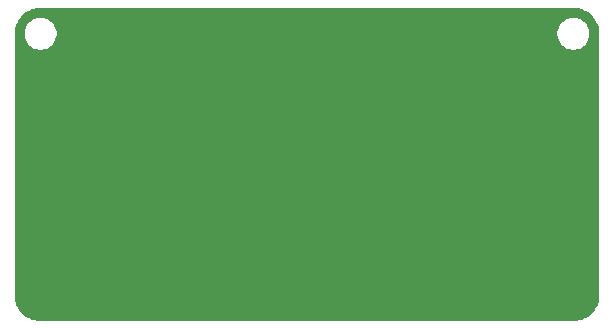
<source format=gbr>
%TF.GenerationSoftware,KiCad,Pcbnew,9.0.5-9.0.5~ubuntu24.04.1*%
%TF.CreationDate,2025-10-31T14:23:01+08:00*%
%TF.ProjectId,TPS,5450532e-6b69-4636-9164-5f7063625858,rev?*%
%TF.SameCoordinates,Original*%
%TF.FileFunction,Copper,L2,Bot*%
%TF.FilePolarity,Positive*%
%FSLAX46Y46*%
G04 Gerber Fmt 4.6, Leading zero omitted, Abs format (unit mm)*
G04 Created by KiCad (PCBNEW 9.0.5-9.0.5~ubuntu24.04.1) date 2025-10-31 14:23:01*
%MOMM*%
%LPD*%
G01*
G04 APERTURE LIST*
G04 APERTURE END LIST*
%TA.AperFunction,NonConductor*%
G36*
X85778736Y-29000726D02*
G01*
X86011068Y-29014779D01*
X86019729Y-29015611D01*
X86071126Y-29022377D01*
X86077239Y-29023339D01*
X86279220Y-29060353D01*
X86288960Y-29062547D01*
X86332404Y-29074187D01*
X86337176Y-29075569D01*
X86540605Y-29138961D01*
X86551158Y-29142782D01*
X86578927Y-29154284D01*
X86582340Y-29155757D01*
X86790319Y-29249360D01*
X86803575Y-29256318D01*
X86889020Y-29307971D01*
X87018045Y-29385970D01*
X87030356Y-29394468D01*
X87227636Y-29549027D01*
X87238844Y-29558957D01*
X87416042Y-29736155D01*
X87425972Y-29747363D01*
X87532044Y-29882754D01*
X87580527Y-29944637D01*
X87589033Y-29956960D01*
X87718680Y-30171422D01*
X87725639Y-30184681D01*
X87819229Y-30392632D01*
X87820714Y-30396071D01*
X87832216Y-30423840D01*
X87836040Y-30434401D01*
X87899421Y-30637795D01*
X87900811Y-30642594D01*
X87912451Y-30686038D01*
X87914645Y-30695778D01*
X87951655Y-30897735D01*
X87952625Y-30903902D01*
X87959385Y-30955249D01*
X87960220Y-30963946D01*
X87974274Y-31196263D01*
X87974500Y-31203751D01*
X87974500Y-53332248D01*
X87974274Y-53339736D01*
X87960220Y-53572052D01*
X87959385Y-53580749D01*
X87952625Y-53632096D01*
X87951655Y-53638263D01*
X87914645Y-53840220D01*
X87912451Y-53849960D01*
X87900811Y-53893404D01*
X87899421Y-53898203D01*
X87836040Y-54101597D01*
X87832216Y-54112158D01*
X87820714Y-54139927D01*
X87819229Y-54143366D01*
X87725639Y-54351317D01*
X87718680Y-54364576D01*
X87589033Y-54579039D01*
X87580527Y-54591362D01*
X87425972Y-54788636D01*
X87416042Y-54799844D01*
X87238844Y-54977042D01*
X87227636Y-54986972D01*
X87030362Y-55141527D01*
X87018039Y-55150033D01*
X86803576Y-55279680D01*
X86790317Y-55286639D01*
X86582366Y-55380229D01*
X86578927Y-55381714D01*
X86551158Y-55393216D01*
X86540597Y-55397040D01*
X86337203Y-55460421D01*
X86332404Y-55461811D01*
X86288960Y-55473451D01*
X86279220Y-55475645D01*
X86077263Y-55512655D01*
X86071096Y-55513625D01*
X86019749Y-55520385D01*
X86011052Y-55521220D01*
X85787202Y-55534761D01*
X85778735Y-55535274D01*
X85771249Y-55535500D01*
X40664751Y-55535500D01*
X40657264Y-55535274D01*
X40647971Y-55534711D01*
X40424946Y-55521220D01*
X40416249Y-55520385D01*
X40364902Y-55513625D01*
X40358735Y-55512655D01*
X40156778Y-55475645D01*
X40147038Y-55473451D01*
X40103594Y-55461811D01*
X40098795Y-55460421D01*
X39895401Y-55397040D01*
X39884840Y-55393216D01*
X39857071Y-55381714D01*
X39853632Y-55380229D01*
X39645681Y-55286639D01*
X39632422Y-55279680D01*
X39417960Y-55150033D01*
X39405637Y-55141527D01*
X39208363Y-54986972D01*
X39197155Y-54977042D01*
X39019957Y-54799844D01*
X39010027Y-54788636D01*
X38855472Y-54591362D01*
X38846970Y-54579045D01*
X38768971Y-54450020D01*
X38717318Y-54364575D01*
X38710359Y-54351316D01*
X38616769Y-54143366D01*
X38615284Y-54139927D01*
X38603782Y-54112158D01*
X38599958Y-54101597D01*
X38565760Y-53991852D01*
X38536569Y-53898176D01*
X38535187Y-53893404D01*
X38523547Y-53849960D01*
X38521353Y-53840220D01*
X38501773Y-53733376D01*
X38484339Y-53638239D01*
X38483377Y-53632126D01*
X38476611Y-53580729D01*
X38475779Y-53572068D01*
X38461726Y-53339736D01*
X38461500Y-53332249D01*
X38461500Y-31203750D01*
X38461726Y-31196264D01*
X38467929Y-31093713D01*
X39310500Y-31093713D01*
X39310500Y-31306286D01*
X39343753Y-31516239D01*
X39409444Y-31718414D01*
X39505951Y-31907820D01*
X39630890Y-32079786D01*
X39781213Y-32230109D01*
X39953179Y-32355048D01*
X39953181Y-32355049D01*
X39953184Y-32355051D01*
X40142588Y-32451557D01*
X40344757Y-32517246D01*
X40554713Y-32550500D01*
X40554714Y-32550500D01*
X40767286Y-32550500D01*
X40767287Y-32550500D01*
X40977243Y-32517246D01*
X41179412Y-32451557D01*
X41368816Y-32355051D01*
X41390789Y-32339086D01*
X41540786Y-32230109D01*
X41540788Y-32230106D01*
X41540792Y-32230104D01*
X41691104Y-32079792D01*
X41691106Y-32079788D01*
X41691109Y-32079786D01*
X41816048Y-31907820D01*
X41816047Y-31907820D01*
X41816051Y-31907816D01*
X41912557Y-31718412D01*
X41978246Y-31516243D01*
X42011500Y-31306287D01*
X42011500Y-31093713D01*
X84424500Y-31093713D01*
X84424500Y-31306286D01*
X84457753Y-31516239D01*
X84523444Y-31718414D01*
X84619951Y-31907820D01*
X84744890Y-32079786D01*
X84895213Y-32230109D01*
X85067179Y-32355048D01*
X85067181Y-32355049D01*
X85067184Y-32355051D01*
X85256588Y-32451557D01*
X85458757Y-32517246D01*
X85668713Y-32550500D01*
X85668714Y-32550500D01*
X85881286Y-32550500D01*
X85881287Y-32550500D01*
X86091243Y-32517246D01*
X86293412Y-32451557D01*
X86482816Y-32355051D01*
X86504789Y-32339086D01*
X86654786Y-32230109D01*
X86654788Y-32230106D01*
X86654792Y-32230104D01*
X86805104Y-32079792D01*
X86805106Y-32079788D01*
X86805109Y-32079786D01*
X86930048Y-31907820D01*
X86930047Y-31907820D01*
X86930051Y-31907816D01*
X87026557Y-31718412D01*
X87092246Y-31516243D01*
X87125500Y-31306287D01*
X87125500Y-31093713D01*
X87092246Y-30883757D01*
X87026557Y-30681588D01*
X86930051Y-30492184D01*
X86930049Y-30492181D01*
X86930048Y-30492179D01*
X86805109Y-30320213D01*
X86654786Y-30169890D01*
X86482820Y-30044951D01*
X86293414Y-29948444D01*
X86293413Y-29948443D01*
X86293412Y-29948443D01*
X86091243Y-29882754D01*
X86091241Y-29882753D01*
X86091240Y-29882753D01*
X85929957Y-29857208D01*
X85881287Y-29849500D01*
X85668713Y-29849500D01*
X85620042Y-29857208D01*
X85458760Y-29882753D01*
X85256585Y-29948444D01*
X85067179Y-30044951D01*
X84895213Y-30169890D01*
X84744890Y-30320213D01*
X84619951Y-30492179D01*
X84523444Y-30681585D01*
X84457753Y-30883760D01*
X84424500Y-31093713D01*
X42011500Y-31093713D01*
X41978246Y-30883757D01*
X41912557Y-30681588D01*
X41816051Y-30492184D01*
X41816049Y-30492181D01*
X41816048Y-30492179D01*
X41691109Y-30320213D01*
X41540786Y-30169890D01*
X41368820Y-30044951D01*
X41179414Y-29948444D01*
X41179413Y-29948443D01*
X41179412Y-29948443D01*
X40977243Y-29882754D01*
X40977241Y-29882753D01*
X40977240Y-29882753D01*
X40815957Y-29857208D01*
X40767287Y-29849500D01*
X40554713Y-29849500D01*
X40506042Y-29857208D01*
X40344760Y-29882753D01*
X40142585Y-29948444D01*
X39953179Y-30044951D01*
X39781213Y-30169890D01*
X39630890Y-30320213D01*
X39505951Y-30492179D01*
X39409444Y-30681585D01*
X39343753Y-30883760D01*
X39310500Y-31093713D01*
X38467929Y-31093713D01*
X38475780Y-30963925D01*
X38476610Y-30955275D01*
X38483379Y-30903861D01*
X38484337Y-30897772D01*
X38521355Y-30695769D01*
X38523547Y-30686038D01*
X38525453Y-30678923D01*
X38535195Y-30642564D01*
X38536560Y-30637850D01*
X38599965Y-30434379D01*
X38603777Y-30423853D01*
X38615307Y-30396017D01*
X38616736Y-30392707D01*
X38710367Y-30184666D01*
X38717312Y-30171433D01*
X38846975Y-29956946D01*
X38855462Y-29944650D01*
X39010034Y-29747354D01*
X39019949Y-29736163D01*
X39197163Y-29558949D01*
X39208354Y-29549034D01*
X39405650Y-29394462D01*
X39417946Y-29385975D01*
X39632433Y-29256312D01*
X39645666Y-29249367D01*
X39853707Y-29155736D01*
X39857017Y-29154307D01*
X39884853Y-29142777D01*
X39895379Y-29138965D01*
X40098850Y-29075560D01*
X40103564Y-29074195D01*
X40147038Y-29062547D01*
X40156769Y-29060355D01*
X40358772Y-29023337D01*
X40364861Y-29022379D01*
X40416275Y-29015610D01*
X40424925Y-29014780D01*
X40657264Y-29000726D01*
X40664751Y-29000500D01*
X85771249Y-29000500D01*
X85778736Y-29000726D01*
G37*
%TD.AperFunction*%
M02*

</source>
